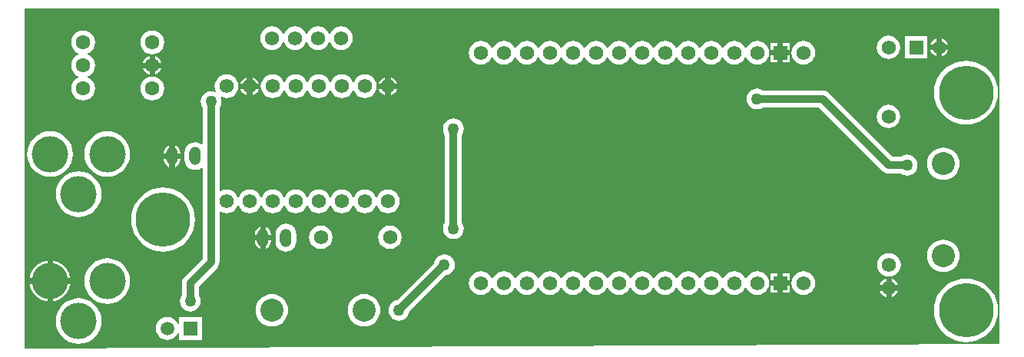
<source format=gtl>
G04 Layer_Physical_Order=1*
G04 Layer_Color=255*
%FSLAX24Y24*%
%MOIN*%
G70*
G01*
G75*
%ADD10C,0.0320*%
%ADD11C,0.1000*%
%ADD12C,0.0620*%
%ADD13C,0.1575*%
%ADD14O,0.0500X0.0800*%
%ADD15C,0.0620*%
%ADD16R,0.0591X0.0591*%
%ADD17C,0.0591*%
%ADD18R,0.0620X0.0620*%
%ADD19C,0.0630*%
%ADD20C,0.2362*%
%ADD21C,0.0500*%
G36*
X44479Y38086D02*
Y23539D01*
X2192Y23357D01*
X2156Y23393D01*
Y38121D01*
X44444Y38121D01*
X44479Y38086D01*
D02*
G37*
%LPC*%
G36*
X8172Y30340D02*
X7955Y30323D01*
X7744Y30273D01*
X7543Y30189D01*
X7358Y30076D01*
X7192Y29935D01*
X7051Y29769D01*
X6938Y29584D01*
X6854Y29383D01*
X6804Y29172D01*
X6787Y28955D01*
X6804Y28738D01*
X6854Y28527D01*
X6938Y28326D01*
X7051Y28141D01*
X7192Y27975D01*
X7358Y27834D01*
X7543Y27721D01*
X7744Y27637D01*
X7955Y27587D01*
X8172Y27570D01*
X8389Y27587D01*
X8600Y27637D01*
X8801Y27721D01*
X8986Y27834D01*
X9152Y27975D01*
X9293Y28141D01*
X9406Y28326D01*
X9490Y28527D01*
X9540Y28738D01*
X9557Y28955D01*
X9540Y29172D01*
X9490Y29383D01*
X9406Y29584D01*
X9293Y29769D01*
X9152Y29935D01*
X8986Y30076D01*
X8801Y30189D01*
X8600Y30273D01*
X8389Y30323D01*
X8172Y30340D01*
D02*
G37*
G36*
X13503Y28772D02*
X13385Y28756D01*
X13276Y28711D01*
X13182Y28639D01*
X13110Y28545D01*
X13064Y28435D01*
X13049Y28318D01*
Y28018D01*
X13064Y27900D01*
X13110Y27791D01*
X13182Y27697D01*
X13276Y27625D01*
X13385Y27579D01*
X13503Y27564D01*
X13620Y27579D01*
X13730Y27625D01*
X13824Y27697D01*
X13896Y27791D01*
X13941Y27900D01*
X13957Y28018D01*
Y28318D01*
X13941Y28435D01*
X13896Y28545D01*
X13824Y28639D01*
X13730Y28711D01*
X13620Y28756D01*
X13503Y28772D01*
D02*
G37*
G36*
X18015Y28702D02*
X17881Y28685D01*
X17757Y28633D01*
X17651Y28551D01*
X17569Y28445D01*
X17518Y28321D01*
X17500Y28188D01*
X17518Y28054D01*
X17569Y27930D01*
X17651Y27824D01*
X17757Y27742D01*
X17881Y27691D01*
X18015Y27673D01*
X18148Y27691D01*
X18272Y27742D01*
X18378Y27824D01*
X18460Y27930D01*
X18511Y28054D01*
X18529Y28188D01*
X18511Y28321D01*
X18460Y28445D01*
X18378Y28551D01*
X18272Y28633D01*
X18148Y28685D01*
X18015Y28702D01*
D02*
G37*
G36*
X15015D02*
X14881Y28685D01*
X14757Y28633D01*
X14651Y28551D01*
X14569Y28445D01*
X14518Y28321D01*
X14500Y28188D01*
X14518Y28054D01*
X14569Y27930D01*
X14651Y27824D01*
X14757Y27742D01*
X14881Y27691D01*
X15015Y27673D01*
X15148Y27691D01*
X15272Y27742D01*
X15378Y27824D01*
X15460Y27930D01*
X15511Y28054D01*
X15529Y28188D01*
X15511Y28321D01*
X15460Y28445D01*
X15378Y28551D01*
X15272Y28633D01*
X15148Y28685D01*
X15015Y28702D01*
D02*
G37*
G36*
X42030Y28084D02*
X41893Y28070D01*
X41761Y28030D01*
X41640Y27965D01*
X41533Y27878D01*
X41445Y27771D01*
X41380Y27649D01*
X41340Y27517D01*
X41327Y27380D01*
X41340Y27243D01*
X41380Y27111D01*
X41445Y26989D01*
X41533Y26883D01*
X41640Y26795D01*
X41761Y26730D01*
X41893Y26690D01*
X42030Y26677D01*
X42168Y26690D01*
X42299Y26730D01*
X42421Y26795D01*
X42528Y26883D01*
X42615Y26989D01*
X42680Y27111D01*
X42720Y27243D01*
X42734Y27380D01*
X42720Y27517D01*
X42680Y27649D01*
X42615Y27771D01*
X42528Y27878D01*
X42421Y27965D01*
X42299Y28030D01*
X42168Y28070D01*
X42030Y28084D01*
D02*
G37*
G36*
X3150Y27166D02*
X3097Y27160D01*
X2929Y27110D01*
X2775Y27027D01*
X2640Y26916D01*
X2529Y26781D01*
X2447Y26627D01*
X2396Y26460D01*
X2391Y26406D01*
X3150D01*
Y27166D01*
D02*
G37*
G36*
X33952Y26714D02*
X33818Y26696D01*
X33694Y26645D01*
X33588Y26563D01*
X33506Y26456D01*
X33479Y26390D01*
X33425D01*
X33397Y26456D01*
X33315Y26563D01*
X33209Y26645D01*
X33085Y26696D01*
X32952Y26714D01*
X32818Y26696D01*
X32694Y26645D01*
X32588Y26563D01*
X32506Y26456D01*
X32479Y26390D01*
X32425D01*
X32397Y26456D01*
X32315Y26563D01*
X32209Y26645D01*
X32085Y26696D01*
X31952Y26714D01*
X31818Y26696D01*
X31694Y26645D01*
X31588Y26563D01*
X31506Y26456D01*
X31479Y26390D01*
X31425D01*
X31397Y26456D01*
X31315Y26563D01*
X31209Y26645D01*
X31085Y26696D01*
X30952Y26714D01*
X30818Y26696D01*
X30694Y26645D01*
X30588Y26563D01*
X30506Y26456D01*
X30479Y26390D01*
X30425D01*
X30397Y26456D01*
X30315Y26563D01*
X30209Y26645D01*
X30085Y26696D01*
X29952Y26714D01*
X29818Y26696D01*
X29694Y26645D01*
X29588Y26563D01*
X29506Y26456D01*
X29479Y26390D01*
X29425D01*
X29397Y26456D01*
X29315Y26563D01*
X29209Y26645D01*
X29085Y26696D01*
X28952Y26714D01*
X28818Y26696D01*
X28694Y26645D01*
X28588Y26563D01*
X28506Y26456D01*
X28479Y26390D01*
X28425D01*
X28397Y26456D01*
X28315Y26563D01*
X28209Y26645D01*
X28085Y26696D01*
X27952Y26714D01*
X27818Y26696D01*
X27694Y26645D01*
X27588Y26563D01*
X27506Y26456D01*
X27479Y26390D01*
X27425D01*
X27397Y26456D01*
X27315Y26563D01*
X27209Y26645D01*
X27085Y26696D01*
X26952Y26714D01*
X26818Y26696D01*
X26694Y26645D01*
X26588Y26563D01*
X26506Y26456D01*
X26479Y26390D01*
X26425D01*
X26397Y26456D01*
X26315Y26563D01*
X26209Y26645D01*
X26085Y26696D01*
X25952Y26714D01*
X25818Y26696D01*
X25694Y26645D01*
X25588Y26563D01*
X25506Y26456D01*
X25479Y26390D01*
X25425D01*
X25397Y26456D01*
X25315Y26563D01*
X25209Y26645D01*
X25085Y26696D01*
X24952Y26714D01*
X24818Y26696D01*
X24694Y26645D01*
X24588Y26563D01*
X24506Y26456D01*
X24479Y26390D01*
X24425D01*
X24397Y26456D01*
X24315Y26563D01*
X24209Y26645D01*
X24085Y26696D01*
X23952Y26714D01*
X23818Y26696D01*
X23694Y26645D01*
X23588Y26563D01*
X23506Y26456D01*
X23479Y26390D01*
X23425D01*
X23397Y26456D01*
X23315Y26563D01*
X23209Y26645D01*
X23085Y26696D01*
X22952Y26714D01*
X22818Y26696D01*
X22694Y26645D01*
X22588Y26563D01*
X22506Y26456D01*
X22479Y26390D01*
X22425D01*
X22397Y26456D01*
X22315Y26563D01*
X22209Y26645D01*
X22085Y26696D01*
X21952Y26714D01*
X21818Y26696D01*
X21694Y26645D01*
X21588Y26563D01*
X21506Y26456D01*
X21455Y26332D01*
X21437Y26199D01*
X21455Y26066D01*
X21506Y25942D01*
X21588Y25835D01*
X21694Y25754D01*
X21818Y25702D01*
X21952Y25685D01*
X22085Y25702D01*
X22209Y25754D01*
X22315Y25835D01*
X22397Y25942D01*
X22425Y26008D01*
X22479D01*
X22506Y25942D01*
X22588Y25835D01*
X22694Y25754D01*
X22818Y25702D01*
X22952Y25685D01*
X23085Y25702D01*
X23209Y25754D01*
X23315Y25835D01*
X23397Y25942D01*
X23425Y26008D01*
X23479D01*
X23506Y25942D01*
X23588Y25835D01*
X23694Y25754D01*
X23818Y25702D01*
X23952Y25685D01*
X24085Y25702D01*
X24209Y25754D01*
X24315Y25835D01*
X24397Y25942D01*
X24425Y26008D01*
X24479D01*
X24506Y25942D01*
X24588Y25835D01*
X24694Y25754D01*
X24818Y25702D01*
X24952Y25685D01*
X25085Y25702D01*
X25209Y25754D01*
X25315Y25835D01*
X25397Y25942D01*
X25425Y26008D01*
X25479D01*
X25506Y25942D01*
X25588Y25835D01*
X25694Y25754D01*
X25818Y25702D01*
X25952Y25685D01*
X26085Y25702D01*
X26209Y25754D01*
X26315Y25835D01*
X26397Y25942D01*
X26425Y26008D01*
X26479D01*
X26506Y25942D01*
X26588Y25835D01*
X26694Y25754D01*
X26818Y25702D01*
X26952Y25685D01*
X27085Y25702D01*
X27209Y25754D01*
X27315Y25835D01*
X27397Y25942D01*
X27425Y26008D01*
X27479D01*
X27506Y25942D01*
X27588Y25835D01*
X27694Y25754D01*
X27818Y25702D01*
X27952Y25685D01*
X28085Y25702D01*
X28209Y25754D01*
X28315Y25835D01*
X28397Y25942D01*
X28425Y26008D01*
X28479D01*
X28506Y25942D01*
X28588Y25835D01*
X28694Y25754D01*
X28818Y25702D01*
X28952Y25685D01*
X29085Y25702D01*
X29209Y25754D01*
X29315Y25835D01*
X29397Y25942D01*
X29425Y26008D01*
X29479D01*
X29506Y25942D01*
X29588Y25835D01*
X29694Y25754D01*
X29818Y25702D01*
X29952Y25685D01*
X30085Y25702D01*
X30209Y25754D01*
X30315Y25835D01*
X30397Y25942D01*
X30425Y26008D01*
X30479D01*
X30506Y25942D01*
X30588Y25835D01*
X30694Y25754D01*
X30818Y25702D01*
X30952Y25685D01*
X31085Y25702D01*
X31209Y25754D01*
X31315Y25835D01*
X31397Y25942D01*
X31425Y26008D01*
X31479D01*
X31506Y25942D01*
X31588Y25835D01*
X31694Y25754D01*
X31818Y25702D01*
X31952Y25685D01*
X32085Y25702D01*
X32209Y25754D01*
X32315Y25835D01*
X32397Y25942D01*
X32425Y26008D01*
X32479D01*
X32506Y25942D01*
X32588Y25835D01*
X32694Y25754D01*
X32818Y25702D01*
X32952Y25685D01*
X33085Y25702D01*
X33209Y25754D01*
X33315Y25835D01*
X33397Y25942D01*
X33425Y26008D01*
X33479D01*
X33506Y25942D01*
X33588Y25835D01*
X33694Y25754D01*
X33818Y25702D01*
X33952Y25685D01*
X34085Y25702D01*
X34209Y25754D01*
X34315Y25835D01*
X34397Y25942D01*
X34448Y26066D01*
X34466Y26199D01*
X34448Y26332D01*
X34397Y26456D01*
X34315Y26563D01*
X34209Y26645D01*
X34085Y26696D01*
X33952Y26714D01*
D02*
G37*
G36*
X39668Y27501D02*
X39535Y27483D01*
X39411Y27432D01*
X39304Y27350D01*
X39223Y27244D01*
X39171Y27120D01*
X39154Y26987D01*
X39171Y26853D01*
X39223Y26729D01*
X39304Y26623D01*
X39411Y26541D01*
X39535Y26490D01*
X39668Y26472D01*
X39801Y26490D01*
X39925Y26541D01*
X40032Y26623D01*
X40114Y26729D01*
X40165Y26853D01*
X40183Y26987D01*
X40165Y27120D01*
X40114Y27244D01*
X40032Y27350D01*
X39925Y27432D01*
X39801Y27483D01*
X39668Y27501D01*
D02*
G37*
G36*
X3390Y27166D02*
Y26406D01*
X4150D01*
X4145Y26460D01*
X4094Y26627D01*
X4012Y26781D01*
X3901Y26916D01*
X3766Y27027D01*
X3612Y27110D01*
X3444Y27160D01*
X3390Y27166D01*
D02*
G37*
G36*
X42030Y32084D02*
X41893Y32070D01*
X41761Y32030D01*
X41640Y31965D01*
X41533Y31878D01*
X41445Y31771D01*
X41380Y31649D01*
X41340Y31517D01*
X41327Y31380D01*
X41340Y31243D01*
X41380Y31111D01*
X41445Y30989D01*
X41533Y30883D01*
X41640Y30795D01*
X41761Y30730D01*
X41893Y30690D01*
X42030Y30677D01*
X42168Y30690D01*
X42299Y30730D01*
X42421Y30795D01*
X42528Y30883D01*
X42615Y30989D01*
X42680Y31111D01*
X42720Y31243D01*
X42734Y31380D01*
X42720Y31517D01*
X42680Y31649D01*
X42615Y31771D01*
X42528Y31878D01*
X42421Y31965D01*
X42299Y32030D01*
X42168Y32070D01*
X42030Y32084D01*
D02*
G37*
G36*
X4511Y31054D02*
X4317Y31034D01*
X4131Y30978D01*
X3959Y30886D01*
X3809Y30763D01*
X3686Y30613D01*
X3594Y30441D01*
X3538Y30255D01*
X3518Y30061D01*
X3538Y29868D01*
X3594Y29682D01*
X3686Y29510D01*
X3809Y29360D01*
X3959Y29236D01*
X4131Y29145D01*
X4317Y29088D01*
X4511Y29069D01*
X4704Y29088D01*
X4890Y29145D01*
X5062Y29236D01*
X5212Y29360D01*
X5336Y29510D01*
X5427Y29682D01*
X5484Y29868D01*
X5503Y30061D01*
X5484Y30255D01*
X5427Y30441D01*
X5336Y30613D01*
X5212Y30763D01*
X5062Y30886D01*
X4890Y30978D01*
X4704Y31034D01*
X4511Y31054D01*
D02*
G37*
G36*
X5751Y32790D02*
X5557Y32771D01*
X5371Y32714D01*
X5200Y32623D01*
X5049Y32499D01*
X4926Y32349D01*
X4834Y32177D01*
X4778Y31991D01*
X4759Y31798D01*
X4778Y31604D01*
X4834Y31418D01*
X4926Y31246D01*
X5049Y31096D01*
X5200Y30973D01*
X5371Y30881D01*
X5557Y30824D01*
X5751Y30805D01*
X5944Y30824D01*
X6130Y30881D01*
X6302Y30973D01*
X6452Y31096D01*
X6576Y31246D01*
X6667Y31418D01*
X6724Y31604D01*
X6743Y31798D01*
X6724Y31991D01*
X6667Y32177D01*
X6576Y32349D01*
X6452Y32499D01*
X6302Y32623D01*
X6130Y32714D01*
X5944Y32771D01*
X5751Y32790D01*
D02*
G37*
G36*
X3270D02*
X3077Y32771D01*
X2891Y32714D01*
X2719Y32623D01*
X2569Y32499D01*
X2446Y32349D01*
X2354Y32177D01*
X2297Y31991D01*
X2278Y31798D01*
X2297Y31604D01*
X2354Y31418D01*
X2446Y31246D01*
X2569Y31096D01*
X2719Y30973D01*
X2891Y30881D01*
X3077Y30824D01*
X3270Y30805D01*
X3464Y30824D01*
X3650Y30881D01*
X3822Y30973D01*
X3972Y31096D01*
X4095Y31246D01*
X4187Y31418D01*
X4244Y31604D01*
X4263Y31798D01*
X4244Y31991D01*
X4187Y32177D01*
X4095Y32349D01*
X3972Y32499D01*
X3822Y32623D01*
X3650Y32714D01*
X3464Y32771D01*
X3270Y32790D01*
D02*
G37*
G36*
X12623Y28647D02*
Y28288D01*
X12856D01*
Y28318D01*
X12844Y28409D01*
X12808Y28494D01*
X12752Y28567D01*
X12679Y28623D01*
X12623Y28647D01*
D02*
G37*
G36*
X12856Y28048D02*
X12623D01*
Y27689D01*
X12679Y27712D01*
X12752Y27768D01*
X12808Y27841D01*
X12844Y27926D01*
X12856Y28018D01*
Y28048D01*
D02*
G37*
G36*
X12383D02*
X12150D01*
Y28018D01*
X12162Y27926D01*
X12197Y27841D01*
X12253Y27768D01*
X12326Y27712D01*
X12383Y27689D01*
Y28048D01*
D02*
G37*
G36*
Y28647D02*
X12326Y28623D01*
X12253Y28567D01*
X12197Y28494D01*
X12162Y28409D01*
X12150Y28318D01*
Y28288D01*
X12383D01*
Y28647D01*
D02*
G37*
G36*
X20770Y33346D02*
X20653Y33330D01*
X20544Y33285D01*
X20450Y33213D01*
X20377Y33119D01*
X20332Y33010D01*
X20317Y32892D01*
X20332Y32775D01*
X20377Y32665D01*
X20407Y32626D01*
Y28827D01*
X20377Y28788D01*
X20332Y28679D01*
X20317Y28561D01*
X20332Y28444D01*
X20377Y28334D01*
X20450Y28240D01*
X20544Y28168D01*
X20653Y28123D01*
X20770Y28107D01*
X20888Y28123D01*
X20997Y28168D01*
X21091Y28240D01*
X21164Y28334D01*
X21209Y28444D01*
X21224Y28561D01*
X21209Y28679D01*
X21164Y28788D01*
X21134Y28827D01*
Y32626D01*
X21164Y32665D01*
X21209Y32775D01*
X21224Y32892D01*
X21209Y33010D01*
X21164Y33119D01*
X21091Y33213D01*
X20997Y33285D01*
X20888Y33330D01*
X20770Y33346D01*
D02*
G37*
G36*
X5751Y27278D02*
X5557Y27259D01*
X5371Y27202D01*
X5200Y27111D01*
X5049Y26987D01*
X4926Y26837D01*
X4834Y26665D01*
X4778Y26479D01*
X4759Y26286D01*
X4778Y26092D01*
X4834Y25906D01*
X4926Y25735D01*
X5049Y25584D01*
X5200Y25461D01*
X5371Y25369D01*
X5557Y25313D01*
X5751Y25294D01*
X5944Y25313D01*
X6130Y25369D01*
X6302Y25461D01*
X6452Y25584D01*
X6576Y25735D01*
X6667Y25906D01*
X6724Y26092D01*
X6743Y26286D01*
X6724Y26479D01*
X6667Y26665D01*
X6576Y26837D01*
X6452Y26987D01*
X6302Y27111D01*
X6130Y27202D01*
X5944Y27259D01*
X5751Y27278D01*
D02*
G37*
G36*
X20377Y27440D02*
X20259Y27425D01*
X20150Y27380D01*
X20056Y27307D01*
X19984Y27213D01*
X19938Y27104D01*
X19932Y27055D01*
X18340Y25463D01*
X18291Y25456D01*
X18181Y25411D01*
X18087Y25339D01*
X18015Y25245D01*
X17970Y25136D01*
X17954Y25018D01*
X17970Y24901D01*
X18015Y24791D01*
X18087Y24697D01*
X18181Y24625D01*
X18291Y24580D01*
X18408Y24564D01*
X18526Y24580D01*
X18635Y24625D01*
X18729Y24697D01*
X18801Y24791D01*
X18847Y24901D01*
X18853Y24949D01*
X20445Y26542D01*
X20494Y26548D01*
X20604Y26593D01*
X20698Y26666D01*
X20770Y26760D01*
X20815Y26869D01*
X20831Y26987D01*
X20815Y27104D01*
X20770Y27213D01*
X20698Y27307D01*
X20604Y27380D01*
X20494Y27425D01*
X20377Y27440D01*
D02*
G37*
G36*
X4150Y26166D02*
X3390D01*
Y25406D01*
X3444Y25411D01*
X3612Y25462D01*
X3766Y25544D01*
X3901Y25655D01*
X4012Y25790D01*
X4094Y25945D01*
X4145Y26112D01*
X4150Y26166D01*
D02*
G37*
G36*
X3150D02*
X2391D01*
X2396Y26112D01*
X2447Y25945D01*
X2529Y25790D01*
X2640Y25655D01*
X2775Y25544D01*
X2929Y25462D01*
X3097Y25411D01*
X3150Y25406D01*
Y26166D01*
D02*
G37*
G36*
X16896Y25721D02*
X16759Y25708D01*
X16627Y25668D01*
X16506Y25603D01*
X16399Y25515D01*
X16312Y25409D01*
X16247Y25287D01*
X16207Y25155D01*
X16193Y25018D01*
X16207Y24881D01*
X16247Y24749D01*
X16312Y24627D01*
X16399Y24521D01*
X16506Y24433D01*
X16627Y24368D01*
X16759Y24328D01*
X16896Y24315D01*
X17034Y24328D01*
X17166Y24368D01*
X17287Y24433D01*
X17394Y24521D01*
X17481Y24627D01*
X17546Y24749D01*
X17586Y24881D01*
X17600Y25018D01*
X17586Y25155D01*
X17546Y25287D01*
X17481Y25409D01*
X17394Y25515D01*
X17287Y25603D01*
X17166Y25668D01*
X17034Y25708D01*
X16896Y25721D01*
D02*
G37*
G36*
X43015Y26403D02*
X42798Y26386D01*
X42586Y26336D01*
X42386Y26252D01*
X42200Y26139D01*
X42035Y25998D01*
X41894Y25832D01*
X41780Y25647D01*
X41697Y25446D01*
X41646Y25235D01*
X41629Y25018D01*
X41646Y24801D01*
X41697Y24590D01*
X41780Y24389D01*
X41894Y24204D01*
X42035Y24038D01*
X42200Y23897D01*
X42386Y23784D01*
X42586Y23700D01*
X42798Y23650D01*
X43015Y23633D01*
X43231Y23650D01*
X43443Y23700D01*
X43644Y23784D01*
X43829Y23897D01*
X43994Y24038D01*
X44135Y24204D01*
X44249Y24389D01*
X44332Y24590D01*
X44383Y24801D01*
X44400Y25018D01*
X44383Y25235D01*
X44332Y25446D01*
X44249Y25647D01*
X44135Y25832D01*
X43994Y25998D01*
X43829Y26139D01*
X43644Y26252D01*
X43443Y26336D01*
X43231Y26386D01*
X43015Y26403D01*
D02*
G37*
G36*
X4511Y25542D02*
X4317Y25523D01*
X4131Y25466D01*
X3959Y25375D01*
X3809Y25251D01*
X3686Y25101D01*
X3594Y24929D01*
X3538Y24743D01*
X3518Y24550D01*
X3538Y24356D01*
X3594Y24170D01*
X3686Y23998D01*
X3809Y23848D01*
X3959Y23725D01*
X4131Y23633D01*
X4317Y23576D01*
X4511Y23557D01*
X4704Y23576D01*
X4890Y23633D01*
X5062Y23725D01*
X5212Y23848D01*
X5336Y23998D01*
X5427Y24170D01*
X5484Y24356D01*
X5503Y24550D01*
X5484Y24743D01*
X5427Y24929D01*
X5336Y25101D01*
X5212Y25251D01*
X5062Y25375D01*
X4890Y25466D01*
X4704Y25523D01*
X4511Y25542D01*
D02*
G37*
G36*
X12896Y25721D02*
X12759Y25708D01*
X12627Y25668D01*
X12506Y25603D01*
X12399Y25515D01*
X12312Y25409D01*
X12247Y25287D01*
X12207Y25155D01*
X12193Y25018D01*
X12207Y24881D01*
X12247Y24749D01*
X12312Y24627D01*
X12399Y24521D01*
X12506Y24433D01*
X12627Y24368D01*
X12759Y24328D01*
X12896Y24315D01*
X13034Y24328D01*
X13166Y24368D01*
X13287Y24433D01*
X13394Y24521D01*
X13481Y24627D01*
X13546Y24749D01*
X13586Y24881D01*
X13600Y25018D01*
X13586Y25155D01*
X13546Y25287D01*
X13481Y25409D01*
X13394Y25515D01*
X13287Y25603D01*
X13166Y25668D01*
X13034Y25708D01*
X12896Y25721D01*
D02*
G37*
G36*
X8353Y24730D02*
X8224Y24713D01*
X8103Y24663D01*
X8000Y24584D01*
X7921Y24480D01*
X7871Y24360D01*
X7854Y24231D01*
X7871Y24101D01*
X7921Y23981D01*
X8000Y23877D01*
X8103Y23798D01*
X8224Y23748D01*
X8353Y23731D01*
X8482Y23748D01*
X8603Y23798D01*
X8706Y23877D01*
X8786Y23981D01*
X8808Y24034D01*
X8858Y24024D01*
Y23735D01*
X9848D01*
Y24726D01*
X8858D01*
Y24437D01*
X8808Y24427D01*
X8786Y24480D01*
X8706Y24584D01*
X8603Y24663D01*
X8482Y24713D01*
X8353Y24730D01*
D02*
G37*
G36*
X39788Y26381D02*
Y26107D01*
X40062D01*
X40026Y26193D01*
X39961Y26279D01*
X39875Y26345D01*
X39788Y26381D01*
D02*
G37*
G36*
X39548D02*
X39461Y26345D01*
X39376Y26279D01*
X39310Y26193D01*
X39274Y26107D01*
X39548D01*
Y26381D01*
D02*
G37*
G36*
X35362Y26609D02*
X35072D01*
Y26319D01*
X35362D01*
Y26609D01*
D02*
G37*
G36*
X34832D02*
X34542D01*
Y26319D01*
X34832D01*
Y26609D01*
D02*
G37*
G36*
X35362Y26079D02*
X35072D01*
Y25789D01*
X35362D01*
Y26079D01*
D02*
G37*
G36*
X40062Y25867D02*
X39788D01*
Y25592D01*
X39875Y25628D01*
X39961Y25694D01*
X40026Y25780D01*
X40062Y25867D01*
D02*
G37*
G36*
X39548D02*
X39274D01*
X39310Y25780D01*
X39376Y25694D01*
X39461Y25628D01*
X39548Y25592D01*
Y25867D01*
D02*
G37*
G36*
X34832Y26079D02*
X34542D01*
Y25789D01*
X34832D01*
Y26079D01*
D02*
G37*
G36*
X35952Y26714D02*
X35818Y26696D01*
X35694Y26645D01*
X35588Y26563D01*
X35506Y26456D01*
X35455Y26332D01*
X35437Y26199D01*
X35455Y26066D01*
X35506Y25942D01*
X35588Y25835D01*
X35694Y25754D01*
X35818Y25702D01*
X35952Y25685D01*
X36085Y25702D01*
X36209Y25754D01*
X36315Y25835D01*
X36397Y25942D01*
X36448Y26066D01*
X36466Y26199D01*
X36448Y26332D01*
X36397Y26456D01*
X36315Y26563D01*
X36209Y26645D01*
X36085Y26696D01*
X35952Y26714D01*
D02*
G37*
G36*
X35362Y36079D02*
X35072D01*
Y35789D01*
X35362D01*
Y36079D01*
D02*
G37*
G36*
X34832D02*
X34542D01*
Y35789D01*
X34832D01*
Y36079D01*
D02*
G37*
G36*
X41344Y36931D02*
X40354D01*
Y35940D01*
X41344D01*
Y36931D01*
D02*
G37*
G36*
X39648Y36950D02*
X39515Y36932D01*
X39391Y36881D01*
X39284Y36799D01*
X39203Y36693D01*
X39151Y36568D01*
X39134Y36435D01*
X39151Y36302D01*
X39203Y36178D01*
X39284Y36072D01*
X39391Y35990D01*
X39515Y35938D01*
X39648Y35921D01*
X39781Y35938D01*
X39905Y35990D01*
X40012Y36072D01*
X40094Y36178D01*
X40145Y36302D01*
X40163Y36435D01*
X40145Y36568D01*
X40094Y36693D01*
X40012Y36799D01*
X39905Y36881D01*
X39781Y36932D01*
X39648Y36950D01*
D02*
G37*
G36*
X7824Y36047D02*
Y35768D01*
X8103D01*
X8066Y35857D01*
X8000Y35944D01*
X7913Y36010D01*
X7824Y36047D01*
D02*
G37*
G36*
X8103Y35528D02*
X7824D01*
Y35249D01*
X7913Y35285D01*
X8000Y35352D01*
X8066Y35439D01*
X8103Y35528D01*
D02*
G37*
G36*
X7584D02*
X7304D01*
X7341Y35439D01*
X7408Y35352D01*
X7494Y35285D01*
X7584Y35249D01*
Y35528D01*
D02*
G37*
G36*
Y36047D02*
X7494Y36010D01*
X7408Y35944D01*
X7341Y35857D01*
X7304Y35768D01*
X7584D01*
Y36047D01*
D02*
G37*
G36*
X35952Y36714D02*
X35818Y36696D01*
X35694Y36645D01*
X35588Y36563D01*
X35506Y36456D01*
X35455Y36332D01*
X35437Y36199D01*
X35455Y36066D01*
X35506Y35942D01*
X35588Y35835D01*
X35694Y35754D01*
X35818Y35702D01*
X35952Y35685D01*
X36085Y35702D01*
X36209Y35754D01*
X36315Y35835D01*
X36397Y35942D01*
X36448Y36066D01*
X36466Y36199D01*
X36448Y36332D01*
X36397Y36456D01*
X36315Y36563D01*
X36209Y36645D01*
X36085Y36696D01*
X35952Y36714D01*
D02*
G37*
G36*
X41729Y36813D02*
X41650Y36781D01*
X41567Y36717D01*
X41504Y36635D01*
X41471Y36555D01*
X41729D01*
Y36813D01*
D02*
G37*
G36*
X33952Y36714D02*
X33818Y36696D01*
X33694Y36645D01*
X33588Y36563D01*
X33506Y36456D01*
X33479Y36390D01*
X33425D01*
X33397Y36456D01*
X33315Y36563D01*
X33209Y36645D01*
X33085Y36696D01*
X32952Y36714D01*
X32818Y36696D01*
X32694Y36645D01*
X32588Y36563D01*
X32506Y36456D01*
X32479Y36390D01*
X32425D01*
X32397Y36456D01*
X32315Y36563D01*
X32209Y36645D01*
X32085Y36696D01*
X31952Y36714D01*
X31818Y36696D01*
X31694Y36645D01*
X31588Y36563D01*
X31506Y36456D01*
X31479Y36390D01*
X31425D01*
X31397Y36456D01*
X31315Y36563D01*
X31209Y36645D01*
X31085Y36696D01*
X30952Y36714D01*
X30818Y36696D01*
X30694Y36645D01*
X30588Y36563D01*
X30506Y36456D01*
X30479Y36390D01*
X30425D01*
X30397Y36456D01*
X30315Y36563D01*
X30209Y36645D01*
X30085Y36696D01*
X29952Y36714D01*
X29818Y36696D01*
X29694Y36645D01*
X29588Y36563D01*
X29506Y36456D01*
X29479Y36390D01*
X29425D01*
X29397Y36456D01*
X29315Y36563D01*
X29209Y36645D01*
X29085Y36696D01*
X28952Y36714D01*
X28818Y36696D01*
X28694Y36645D01*
X28588Y36563D01*
X28506Y36456D01*
X28479Y36390D01*
X28425D01*
X28397Y36456D01*
X28315Y36563D01*
X28209Y36645D01*
X28085Y36696D01*
X27952Y36714D01*
X27818Y36696D01*
X27694Y36645D01*
X27588Y36563D01*
X27506Y36456D01*
X27479Y36390D01*
X27425D01*
X27397Y36456D01*
X27315Y36563D01*
X27209Y36645D01*
X27085Y36696D01*
X26952Y36714D01*
X26818Y36696D01*
X26694Y36645D01*
X26588Y36563D01*
X26506Y36456D01*
X26479Y36390D01*
X26425D01*
X26397Y36456D01*
X26315Y36563D01*
X26209Y36645D01*
X26085Y36696D01*
X25952Y36714D01*
X25818Y36696D01*
X25694Y36645D01*
X25588Y36563D01*
X25506Y36456D01*
X25479Y36390D01*
X25425D01*
X25397Y36456D01*
X25315Y36563D01*
X25209Y36645D01*
X25085Y36696D01*
X24952Y36714D01*
X24818Y36696D01*
X24694Y36645D01*
X24588Y36563D01*
X24506Y36456D01*
X24479Y36390D01*
X24425D01*
X24397Y36456D01*
X24315Y36563D01*
X24209Y36645D01*
X24085Y36696D01*
X23952Y36714D01*
X23818Y36696D01*
X23694Y36645D01*
X23588Y36563D01*
X23506Y36456D01*
X23479Y36390D01*
X23425D01*
X23397Y36456D01*
X23315Y36563D01*
X23209Y36645D01*
X23085Y36696D01*
X22952Y36714D01*
X22818Y36696D01*
X22694Y36645D01*
X22588Y36563D01*
X22506Y36456D01*
X22479Y36390D01*
X22425D01*
X22397Y36456D01*
X22315Y36563D01*
X22209Y36645D01*
X22085Y36696D01*
X21952Y36714D01*
X21818Y36696D01*
X21694Y36645D01*
X21588Y36563D01*
X21506Y36456D01*
X21455Y36332D01*
X21437Y36199D01*
X21455Y36066D01*
X21506Y35942D01*
X21588Y35835D01*
X21694Y35754D01*
X21818Y35702D01*
X21952Y35685D01*
X22085Y35702D01*
X22209Y35754D01*
X22315Y35835D01*
X22397Y35942D01*
X22425Y36008D01*
X22479D01*
X22506Y35942D01*
X22588Y35835D01*
X22694Y35754D01*
X22818Y35702D01*
X22952Y35685D01*
X23085Y35702D01*
X23209Y35754D01*
X23315Y35835D01*
X23397Y35942D01*
X23425Y36008D01*
X23479D01*
X23506Y35942D01*
X23588Y35835D01*
X23694Y35754D01*
X23818Y35702D01*
X23952Y35685D01*
X24085Y35702D01*
X24209Y35754D01*
X24315Y35835D01*
X24397Y35942D01*
X24425Y36008D01*
X24479D01*
X24506Y35942D01*
X24588Y35835D01*
X24694Y35754D01*
X24818Y35702D01*
X24952Y35685D01*
X25085Y35702D01*
X25209Y35754D01*
X25315Y35835D01*
X25397Y35942D01*
X25425Y36008D01*
X25479D01*
X25506Y35942D01*
X25588Y35835D01*
X25694Y35754D01*
X25818Y35702D01*
X25952Y35685D01*
X26085Y35702D01*
X26209Y35754D01*
X26315Y35835D01*
X26397Y35942D01*
X26425Y36008D01*
X26479D01*
X26506Y35942D01*
X26588Y35835D01*
X26694Y35754D01*
X26818Y35702D01*
X26952Y35685D01*
X27085Y35702D01*
X27209Y35754D01*
X27315Y35835D01*
X27397Y35942D01*
X27425Y36008D01*
X27479D01*
X27506Y35942D01*
X27588Y35835D01*
X27694Y35754D01*
X27818Y35702D01*
X27952Y35685D01*
X28085Y35702D01*
X28209Y35754D01*
X28315Y35835D01*
X28397Y35942D01*
X28425Y36008D01*
X28479D01*
X28506Y35942D01*
X28588Y35835D01*
X28694Y35754D01*
X28818Y35702D01*
X28952Y35685D01*
X29085Y35702D01*
X29209Y35754D01*
X29315Y35835D01*
X29397Y35942D01*
X29425Y36008D01*
X29479D01*
X29506Y35942D01*
X29588Y35835D01*
X29694Y35754D01*
X29818Y35702D01*
X29952Y35685D01*
X30085Y35702D01*
X30209Y35754D01*
X30315Y35835D01*
X30397Y35942D01*
X30425Y36008D01*
X30479D01*
X30506Y35942D01*
X30588Y35835D01*
X30694Y35754D01*
X30818Y35702D01*
X30952Y35685D01*
X31085Y35702D01*
X31209Y35754D01*
X31315Y35835D01*
X31397Y35942D01*
X31425Y36008D01*
X31479D01*
X31506Y35942D01*
X31588Y35835D01*
X31694Y35754D01*
X31818Y35702D01*
X31952Y35685D01*
X32085Y35702D01*
X32209Y35754D01*
X32315Y35835D01*
X32397Y35942D01*
X32425Y36008D01*
X32479D01*
X32506Y35942D01*
X32588Y35835D01*
X32694Y35754D01*
X32818Y35702D01*
X32952Y35685D01*
X33085Y35702D01*
X33209Y35754D01*
X33315Y35835D01*
X33397Y35942D01*
X33425Y36008D01*
X33479D01*
X33506Y35942D01*
X33588Y35835D01*
X33694Y35754D01*
X33818Y35702D01*
X33952Y35685D01*
X34085Y35702D01*
X34209Y35754D01*
X34315Y35835D01*
X34397Y35942D01*
X34448Y36066D01*
X34466Y36199D01*
X34448Y36332D01*
X34397Y36456D01*
X34315Y36563D01*
X34209Y36645D01*
X34085Y36696D01*
X33952Y36714D01*
D02*
G37*
G36*
X15896Y37343D02*
X15763Y37326D01*
X15639Y37275D01*
X15533Y37193D01*
X15451Y37086D01*
X15424Y37020D01*
X15369D01*
X15342Y37086D01*
X15260Y37193D01*
X15154Y37275D01*
X15030Y37326D01*
X14896Y37343D01*
X14763Y37326D01*
X14639Y37275D01*
X14533Y37193D01*
X14451Y37086D01*
X14424Y37020D01*
X14369D01*
X14342Y37086D01*
X14260Y37193D01*
X14154Y37275D01*
X14030Y37326D01*
X13896Y37343D01*
X13763Y37326D01*
X13639Y37275D01*
X13533Y37193D01*
X13451Y37086D01*
X13424Y37020D01*
X13369D01*
X13342Y37086D01*
X13260Y37193D01*
X13154Y37275D01*
X13030Y37326D01*
X12896Y37343D01*
X12763Y37326D01*
X12639Y37275D01*
X12533Y37193D01*
X12451Y37086D01*
X12400Y36962D01*
X12382Y36829D01*
X12400Y36696D01*
X12451Y36572D01*
X12533Y36465D01*
X12639Y36384D01*
X12763Y36332D01*
X12896Y36315D01*
X13030Y36332D01*
X13154Y36384D01*
X13260Y36465D01*
X13342Y36572D01*
X13369Y36638D01*
X13424D01*
X13451Y36572D01*
X13533Y36465D01*
X13639Y36384D01*
X13763Y36332D01*
X13896Y36315D01*
X14030Y36332D01*
X14154Y36384D01*
X14260Y36465D01*
X14342Y36572D01*
X14369Y36638D01*
X14424D01*
X14451Y36572D01*
X14533Y36465D01*
X14639Y36384D01*
X14763Y36332D01*
X14896Y36315D01*
X15030Y36332D01*
X15154Y36384D01*
X15260Y36465D01*
X15342Y36572D01*
X15369Y36638D01*
X15424D01*
X15451Y36572D01*
X15533Y36465D01*
X15639Y36384D01*
X15763Y36332D01*
X15896Y36315D01*
X16030Y36332D01*
X16154Y36384D01*
X16260Y36465D01*
X16342Y36572D01*
X16393Y36696D01*
X16411Y36829D01*
X16393Y36962D01*
X16342Y37086D01*
X16260Y37193D01*
X16154Y37275D01*
X16030Y37326D01*
X15896Y37343D01*
D02*
G37*
G36*
X41969Y36813D02*
Y36555D01*
X42227D01*
X42194Y36635D01*
X42131Y36717D01*
X42049Y36781D01*
X41969Y36813D01*
D02*
G37*
G36*
X35362Y36609D02*
X35072D01*
Y36319D01*
X35362D01*
Y36609D01*
D02*
G37*
G36*
X42227Y36315D02*
X41969D01*
Y36057D01*
X42049Y36090D01*
X42131Y36153D01*
X42194Y36236D01*
X42227Y36315D01*
D02*
G37*
G36*
X41729D02*
X41471D01*
X41504Y36236D01*
X41567Y36153D01*
X41650Y36090D01*
X41729Y36057D01*
Y36315D01*
D02*
G37*
G36*
X34832Y36609D02*
X34542D01*
Y36319D01*
X34832D01*
Y36609D01*
D02*
G37*
G36*
X7704Y37167D02*
X7569Y37150D01*
X7444Y37098D01*
X7336Y37015D01*
X7254Y36908D01*
X7202Y36782D01*
X7184Y36648D01*
X7202Y36514D01*
X7254Y36388D01*
X7336Y36281D01*
X7444Y36198D01*
X7569Y36146D01*
X7704Y36129D01*
X7838Y36146D01*
X7963Y36198D01*
X8071Y36281D01*
X8153Y36388D01*
X8205Y36514D01*
X8223Y36648D01*
X8205Y36782D01*
X8153Y36908D01*
X8071Y37015D01*
X7963Y37098D01*
X7838Y37150D01*
X7704Y37167D01*
D02*
G37*
G36*
X16928Y35257D02*
X16795Y35239D01*
X16671Y35188D01*
X16564Y35106D01*
X16482Y35000D01*
X16455Y34933D01*
X16401D01*
X16373Y35000D01*
X16292Y35106D01*
X16185Y35188D01*
X16061Y35239D01*
X15928Y35257D01*
X15795Y35239D01*
X15671Y35188D01*
X15564Y35106D01*
X15482Y35000D01*
X15455Y34933D01*
X15401D01*
X15373Y35000D01*
X15292Y35106D01*
X15185Y35188D01*
X15061Y35239D01*
X14928Y35257D01*
X14795Y35239D01*
X14671Y35188D01*
X14564Y35106D01*
X14482Y35000D01*
X14455Y34933D01*
X14401D01*
X14373Y35000D01*
X14292Y35106D01*
X14185Y35188D01*
X14061Y35239D01*
X13928Y35257D01*
X13795Y35239D01*
X13671Y35188D01*
X13564Y35106D01*
X13482Y35000D01*
X13455Y34933D01*
X13401D01*
X13373Y35000D01*
X13292Y35106D01*
X13185Y35188D01*
X13061Y35239D01*
X12928Y35257D01*
X12795Y35239D01*
X12671Y35188D01*
X12564Y35106D01*
X12482Y35000D01*
X12431Y34876D01*
X12414Y34742D01*
X12431Y34609D01*
X12482Y34485D01*
X12564Y34379D01*
X12671Y34297D01*
X12795Y34246D01*
X12928Y34228D01*
X13061Y34246D01*
X13185Y34297D01*
X13292Y34379D01*
X13373Y34485D01*
X13401Y34551D01*
X13455D01*
X13482Y34485D01*
X13564Y34379D01*
X13671Y34297D01*
X13795Y34246D01*
X13928Y34228D01*
X14061Y34246D01*
X14185Y34297D01*
X14292Y34379D01*
X14373Y34485D01*
X14401Y34551D01*
X14455D01*
X14482Y34485D01*
X14564Y34379D01*
X14671Y34297D01*
X14795Y34246D01*
X14928Y34228D01*
X15061Y34246D01*
X15185Y34297D01*
X15292Y34379D01*
X15373Y34485D01*
X15401Y34551D01*
X15455D01*
X15482Y34485D01*
X15564Y34379D01*
X15671Y34297D01*
X15795Y34246D01*
X15928Y34228D01*
X16061Y34246D01*
X16185Y34297D01*
X16292Y34379D01*
X16373Y34485D01*
X16401Y34551D01*
X16455D01*
X16482Y34485D01*
X16564Y34379D01*
X16671Y34297D01*
X16795Y34246D01*
X16928Y34228D01*
X17061Y34246D01*
X17185Y34297D01*
X17292Y34379D01*
X17373Y34485D01*
X17425Y34609D01*
X17442Y34742D01*
X17425Y34876D01*
X17373Y35000D01*
X17292Y35106D01*
X17185Y35188D01*
X17061Y35239D01*
X16928Y35257D01*
D02*
G37*
G36*
X43015Y35852D02*
X42798Y35835D01*
X42586Y35784D01*
X42386Y35701D01*
X42200Y35588D01*
X42035Y35446D01*
X41894Y35281D01*
X41780Y35096D01*
X41697Y34895D01*
X41646Y34684D01*
X41629Y34467D01*
X41646Y34250D01*
X41697Y34039D01*
X41780Y33838D01*
X41894Y33653D01*
X42035Y33487D01*
X42200Y33346D01*
X42386Y33232D01*
X42586Y33149D01*
X42798Y33099D01*
X43015Y33081D01*
X43231Y33099D01*
X43443Y33149D01*
X43644Y33232D01*
X43829Y33346D01*
X43994Y33487D01*
X44135Y33653D01*
X44249Y33838D01*
X44332Y34039D01*
X44383Y34250D01*
X44400Y34467D01*
X44383Y34684D01*
X44332Y34895D01*
X44249Y35096D01*
X44135Y35281D01*
X43994Y35446D01*
X43829Y35588D01*
X43644Y35701D01*
X43443Y35784D01*
X43231Y35835D01*
X43015Y35852D01*
D02*
G37*
G36*
X39648Y33950D02*
X39515Y33932D01*
X39391Y33881D01*
X39284Y33799D01*
X39203Y33693D01*
X39151Y33568D01*
X39134Y33435D01*
X39151Y33302D01*
X39203Y33178D01*
X39284Y33072D01*
X39391Y32990D01*
X39515Y32938D01*
X39648Y32921D01*
X39781Y32938D01*
X39905Y32990D01*
X40012Y33072D01*
X40094Y33178D01*
X40145Y33302D01*
X40163Y33435D01*
X40145Y33568D01*
X40094Y33693D01*
X40012Y33799D01*
X39905Y33881D01*
X39781Y33932D01*
X39648Y33950D01*
D02*
G37*
G36*
X7704Y35167D02*
X7569Y35150D01*
X7444Y35098D01*
X7336Y35015D01*
X7254Y34908D01*
X7202Y34782D01*
X7184Y34648D01*
X7202Y34514D01*
X7254Y34388D01*
X7336Y34281D01*
X7444Y34198D01*
X7569Y34146D01*
X7704Y34129D01*
X7838Y34146D01*
X7963Y34198D01*
X8071Y34281D01*
X8153Y34388D01*
X8205Y34514D01*
X8223Y34648D01*
X8205Y34782D01*
X8153Y34908D01*
X8071Y35015D01*
X7963Y35098D01*
X7838Y35150D01*
X7704Y35167D01*
D02*
G37*
G36*
X4704Y37167D02*
X4569Y37150D01*
X4444Y37098D01*
X4336Y37015D01*
X4254Y36908D01*
X4202Y36782D01*
X4184Y36648D01*
X4202Y36514D01*
X4254Y36388D01*
X4336Y36281D01*
X4444Y36198D01*
X4505Y36173D01*
Y36123D01*
X4444Y36098D01*
X4336Y36015D01*
X4254Y35908D01*
X4202Y35782D01*
X4184Y35648D01*
X4202Y35514D01*
X4254Y35388D01*
X4336Y35281D01*
X4444Y35198D01*
X4505Y35173D01*
Y35123D01*
X4444Y35098D01*
X4336Y35015D01*
X4254Y34908D01*
X4202Y34782D01*
X4184Y34648D01*
X4202Y34514D01*
X4254Y34388D01*
X4336Y34281D01*
X4444Y34198D01*
X4569Y34146D01*
X4704Y34129D01*
X4838Y34146D01*
X4963Y34198D01*
X5071Y34281D01*
X5153Y34388D01*
X5205Y34514D01*
X5223Y34648D01*
X5205Y34782D01*
X5153Y34908D01*
X5071Y35015D01*
X4963Y35098D01*
X4902Y35123D01*
Y35173D01*
X4963Y35198D01*
X5071Y35281D01*
X5153Y35388D01*
X5205Y35514D01*
X5223Y35648D01*
X5205Y35782D01*
X5153Y35908D01*
X5071Y36015D01*
X4963Y36098D01*
X4902Y36123D01*
Y36173D01*
X4963Y36198D01*
X5071Y36281D01*
X5153Y36388D01*
X5205Y36514D01*
X5223Y36648D01*
X5205Y36782D01*
X5153Y36908D01*
X5071Y37015D01*
X4963Y37098D01*
X4838Y37150D01*
X4704Y37167D01*
D02*
G37*
G36*
X8686Y32190D02*
Y31831D01*
X8919D01*
Y31861D01*
X8907Y31952D01*
X8871Y32037D01*
X8815Y32111D01*
X8742Y32167D01*
X8686Y32190D01*
D02*
G37*
G36*
X8446Y31591D02*
X8213D01*
Y31561D01*
X8225Y31470D01*
X8260Y31384D01*
X8316Y31311D01*
X8389Y31255D01*
X8446Y31232D01*
Y31591D01*
D02*
G37*
G36*
X33945Y34646D02*
X33827Y34631D01*
X33718Y34585D01*
X33624Y34513D01*
X33552Y34419D01*
X33506Y34310D01*
X33491Y34192D01*
X33506Y34075D01*
X33552Y33965D01*
X33624Y33871D01*
X33718Y33799D01*
X33827Y33754D01*
X33945Y33739D01*
X34062Y33754D01*
X34172Y33799D01*
X34211Y33829D01*
X36643D01*
X39411Y31060D01*
X39487Y31003D01*
X39574Y30967D01*
X39668Y30954D01*
X40190D01*
X40229Y30924D01*
X40338Y30879D01*
X40456Y30863D01*
X40573Y30879D01*
X40682Y30924D01*
X40776Y30996D01*
X40849Y31090D01*
X40894Y31200D01*
X40909Y31317D01*
X40894Y31435D01*
X40849Y31544D01*
X40776Y31638D01*
X40682Y31710D01*
X40573Y31756D01*
X40456Y31771D01*
X40338Y31756D01*
X40229Y31710D01*
X40190Y31680D01*
X39819D01*
X37050Y34449D01*
X36975Y34507D01*
X36887Y34543D01*
X36793Y34556D01*
X34211D01*
X34172Y34585D01*
X34062Y34631D01*
X33945Y34646D01*
D02*
G37*
G36*
X8446Y32190D02*
X8389Y32167D01*
X8316Y32111D01*
X8260Y32037D01*
X8225Y31952D01*
X8213Y31861D01*
Y31831D01*
X8446D01*
Y32190D01*
D02*
G37*
G36*
X8919Y31591D02*
X8686D01*
Y31232D01*
X8742Y31255D01*
X8815Y31311D01*
X8871Y31384D01*
X8907Y31470D01*
X8919Y31561D01*
Y31591D01*
D02*
G37*
G36*
X12048Y35137D02*
Y34862D01*
X12322D01*
X12286Y34949D01*
X12220Y35035D01*
X12135Y35101D01*
X12048Y35137D01*
D02*
G37*
G36*
X11808D02*
X11721Y35101D01*
X11636Y35035D01*
X11570Y34949D01*
X11534Y34862D01*
X11808D01*
Y35137D01*
D02*
G37*
G36*
X18048D02*
Y34862D01*
X18322D01*
X18286Y34949D01*
X18220Y35035D01*
X18135Y35101D01*
X18048Y35137D01*
D02*
G37*
G36*
X17808D02*
X17721Y35101D01*
X17636Y35035D01*
X17570Y34949D01*
X17534Y34862D01*
X17808D01*
Y35137D01*
D02*
G37*
G36*
X10928Y35257D02*
X10795Y35239D01*
X10671Y35188D01*
X10564Y35106D01*
X10482Y35000D01*
X10431Y34876D01*
X10414Y34742D01*
X10431Y34609D01*
X10464Y34529D01*
X10426Y34491D01*
X10376Y34512D01*
X10259Y34527D01*
X10141Y34512D01*
X10032Y34466D01*
X9938Y34394D01*
X9866Y34300D01*
X9820Y34191D01*
X9805Y34073D01*
X9820Y33956D01*
X9866Y33846D01*
X9896Y33807D01*
Y32238D01*
X9846Y32213D01*
X9793Y32254D01*
X9683Y32299D01*
X9566Y32315D01*
X9448Y32299D01*
X9339Y32254D01*
X9245Y32182D01*
X9173Y32088D01*
X9127Y31978D01*
X9112Y31861D01*
Y31561D01*
X9127Y31443D01*
X9173Y31334D01*
X9245Y31240D01*
X9339Y31168D01*
X9448Y31123D01*
X9566Y31107D01*
X9683Y31123D01*
X9793Y31168D01*
X9846Y31208D01*
X9896Y31184D01*
Y27255D01*
X9096Y26456D01*
X9039Y26381D01*
X9002Y26293D01*
X8990Y26199D01*
Y25678D01*
X8960Y25639D01*
X8915Y25529D01*
X8899Y25412D01*
X8915Y25294D01*
X8960Y25185D01*
X9032Y25091D01*
X9126Y25019D01*
X9236Y24973D01*
X9353Y24958D01*
X9471Y24973D01*
X9580Y25019D01*
X9674Y25091D01*
X9746Y25185D01*
X9792Y25294D01*
X9807Y25412D01*
X9792Y25529D01*
X9746Y25639D01*
X9716Y25678D01*
Y26049D01*
X10515Y26848D01*
X10515Y26848D01*
X10573Y26923D01*
X10609Y27011D01*
X10622Y27105D01*
Y29278D01*
X10667Y29300D01*
X10671Y29297D01*
X10795Y29246D01*
X10928Y29228D01*
X11061Y29246D01*
X11185Y29297D01*
X11292Y29379D01*
X11373Y29485D01*
X11401Y29551D01*
X11455D01*
X11482Y29485D01*
X11564Y29379D01*
X11671Y29297D01*
X11795Y29246D01*
X11928Y29228D01*
X12061Y29246D01*
X12185Y29297D01*
X12292Y29379D01*
X12373Y29485D01*
X12401Y29551D01*
X12455D01*
X12482Y29485D01*
X12564Y29379D01*
X12671Y29297D01*
X12795Y29246D01*
X12928Y29228D01*
X13061Y29246D01*
X13185Y29297D01*
X13292Y29379D01*
X13373Y29485D01*
X13401Y29551D01*
X13455D01*
X13482Y29485D01*
X13564Y29379D01*
X13671Y29297D01*
X13795Y29246D01*
X13928Y29228D01*
X14061Y29246D01*
X14185Y29297D01*
X14292Y29379D01*
X14373Y29485D01*
X14401Y29551D01*
X14455D01*
X14482Y29485D01*
X14564Y29379D01*
X14671Y29297D01*
X14795Y29246D01*
X14928Y29228D01*
X15061Y29246D01*
X15185Y29297D01*
X15292Y29379D01*
X15373Y29485D01*
X15401Y29551D01*
X15455D01*
X15482Y29485D01*
X15564Y29379D01*
X15671Y29297D01*
X15795Y29246D01*
X15928Y29228D01*
X16061Y29246D01*
X16185Y29297D01*
X16292Y29379D01*
X16373Y29485D01*
X16401Y29551D01*
X16455D01*
X16482Y29485D01*
X16564Y29379D01*
X16671Y29297D01*
X16795Y29246D01*
X16928Y29228D01*
X17061Y29246D01*
X17185Y29297D01*
X17292Y29379D01*
X17373Y29485D01*
X17401Y29551D01*
X17455D01*
X17482Y29485D01*
X17564Y29379D01*
X17671Y29297D01*
X17795Y29246D01*
X17928Y29228D01*
X18061Y29246D01*
X18185Y29297D01*
X18292Y29379D01*
X18373Y29485D01*
X18425Y29609D01*
X18442Y29742D01*
X18425Y29876D01*
X18373Y30000D01*
X18292Y30106D01*
X18185Y30188D01*
X18061Y30239D01*
X17928Y30257D01*
X17795Y30239D01*
X17671Y30188D01*
X17564Y30106D01*
X17482Y30000D01*
X17455Y29933D01*
X17401D01*
X17373Y30000D01*
X17292Y30106D01*
X17185Y30188D01*
X17061Y30239D01*
X16928Y30257D01*
X16795Y30239D01*
X16671Y30188D01*
X16564Y30106D01*
X16482Y30000D01*
X16455Y29933D01*
X16401D01*
X16373Y30000D01*
X16292Y30106D01*
X16185Y30188D01*
X16061Y30239D01*
X15928Y30257D01*
X15795Y30239D01*
X15671Y30188D01*
X15564Y30106D01*
X15482Y30000D01*
X15455Y29933D01*
X15401D01*
X15373Y30000D01*
X15292Y30106D01*
X15185Y30188D01*
X15061Y30239D01*
X14928Y30257D01*
X14795Y30239D01*
X14671Y30188D01*
X14564Y30106D01*
X14482Y30000D01*
X14455Y29933D01*
X14401D01*
X14373Y30000D01*
X14292Y30106D01*
X14185Y30188D01*
X14061Y30239D01*
X13928Y30257D01*
X13795Y30239D01*
X13671Y30188D01*
X13564Y30106D01*
X13482Y30000D01*
X13455Y29933D01*
X13401D01*
X13373Y30000D01*
X13292Y30106D01*
X13185Y30188D01*
X13061Y30239D01*
X12928Y30257D01*
X12795Y30239D01*
X12671Y30188D01*
X12564Y30106D01*
X12482Y30000D01*
X12455Y29933D01*
X12401D01*
X12373Y30000D01*
X12292Y30106D01*
X12185Y30188D01*
X12061Y30239D01*
X11928Y30257D01*
X11795Y30239D01*
X11671Y30188D01*
X11564Y30106D01*
X11482Y30000D01*
X11455Y29933D01*
X11401D01*
X11373Y30000D01*
X11292Y30106D01*
X11185Y30188D01*
X11061Y30239D01*
X10928Y30257D01*
X10795Y30239D01*
X10671Y30188D01*
X10667Y30185D01*
X10622Y30207D01*
Y33807D01*
X10652Y33846D01*
X10697Y33956D01*
X10713Y34073D01*
X10697Y34191D01*
X10676Y34240D01*
X10715Y34279D01*
X10795Y34246D01*
X10928Y34228D01*
X11061Y34246D01*
X11185Y34297D01*
X11292Y34379D01*
X11373Y34485D01*
X11425Y34609D01*
X11442Y34742D01*
X11425Y34876D01*
X11373Y35000D01*
X11292Y35106D01*
X11185Y35188D01*
X11061Y35239D01*
X10928Y35257D01*
D02*
G37*
G36*
X12322Y34622D02*
X12048D01*
Y34348D01*
X12135Y34384D01*
X12220Y34450D01*
X12286Y34536D01*
X12322Y34622D01*
D02*
G37*
G36*
X11808D02*
X11534D01*
X11570Y34536D01*
X11636Y34450D01*
X11721Y34384D01*
X11808Y34348D01*
Y34622D01*
D02*
G37*
G36*
X18322D02*
X18048D01*
Y34348D01*
X18135Y34384D01*
X18220Y34450D01*
X18286Y34536D01*
X18322Y34622D01*
D02*
G37*
G36*
X17808D02*
X17534D01*
X17570Y34536D01*
X17636Y34450D01*
X17721Y34384D01*
X17808Y34348D01*
Y34622D01*
D02*
G37*
%LPD*%
G54D10*
X39668Y31317D02*
X40456D01*
X36793Y34192D02*
X39668Y31317D01*
X33945Y34192D02*
X36793D01*
X10259Y27105D02*
Y34073D01*
X20770Y28561D02*
Y32892D01*
X18408Y25018D02*
X20377Y26987D01*
X18408Y25018D02*
X18408D01*
X9353Y26199D02*
X10259Y27105D01*
X9353Y25412D02*
Y26199D01*
G54D11*
X42030Y27380D02*
D03*
Y31380D02*
D03*
X16896Y25018D02*
D03*
X12896D02*
D03*
G54D12*
X39668Y25987D02*
D03*
Y26987D02*
D03*
X18015Y28188D02*
D03*
X15015D02*
D03*
X39648Y36435D02*
D03*
Y33435D02*
D03*
G54D13*
X4511Y24550D02*
D03*
X3270Y26286D02*
D03*
X5751D02*
D03*
X4511Y30061D02*
D03*
X3270Y31798D02*
D03*
X5751D02*
D03*
G54D14*
X8566Y31711D02*
D03*
X9566D02*
D03*
X12503Y28168D02*
D03*
X13503D02*
D03*
G54D15*
X10928Y29742D02*
D03*
X11928D02*
D03*
X12928D02*
D03*
X13928D02*
D03*
X14928D02*
D03*
X15928D02*
D03*
X16928D02*
D03*
X17928D02*
D03*
Y34742D02*
D03*
X16928D02*
D03*
X15928D02*
D03*
X14928D02*
D03*
X13928D02*
D03*
X12928D02*
D03*
X11928D02*
D03*
X10928D02*
D03*
X15896Y36829D02*
D03*
X14896D02*
D03*
X13896D02*
D03*
X12896D02*
D03*
X21952Y26199D02*
D03*
X22952D02*
D03*
X23952D02*
D03*
X24952D02*
D03*
X25952D02*
D03*
X26952D02*
D03*
X27952D02*
D03*
X28952D02*
D03*
X29952D02*
D03*
X30952D02*
D03*
X31952D02*
D03*
X32952D02*
D03*
X33952D02*
D03*
X35952D02*
D03*
Y36199D02*
D03*
X33952D02*
D03*
X32952D02*
D03*
X31952D02*
D03*
X30952D02*
D03*
X29952D02*
D03*
X28952D02*
D03*
X27952D02*
D03*
X26952D02*
D03*
X25952D02*
D03*
X24952D02*
D03*
X23952D02*
D03*
X22952D02*
D03*
X21952D02*
D03*
G54D16*
X9353Y24231D02*
D03*
X40849Y36435D02*
D03*
G54D17*
X8353Y24231D02*
D03*
X41849Y36435D02*
D03*
G54D18*
X34952Y36199D02*
D03*
Y26199D02*
D03*
G54D19*
X7704Y34648D02*
D03*
Y35648D02*
D03*
Y36648D02*
D03*
X4704D02*
D03*
Y35648D02*
D03*
Y34648D02*
D03*
G54D20*
X8172Y28955D02*
D03*
X43015Y34467D02*
D03*
Y25018D02*
D03*
G54D21*
X40456Y31317D02*
D03*
X33945Y34192D02*
D03*
X10259Y34073D02*
D03*
X20770Y32892D02*
D03*
Y28561D02*
D03*
X20377Y26987D02*
D03*
X18408Y25018D02*
D03*
X9353Y25412D02*
D03*
M02*

</source>
